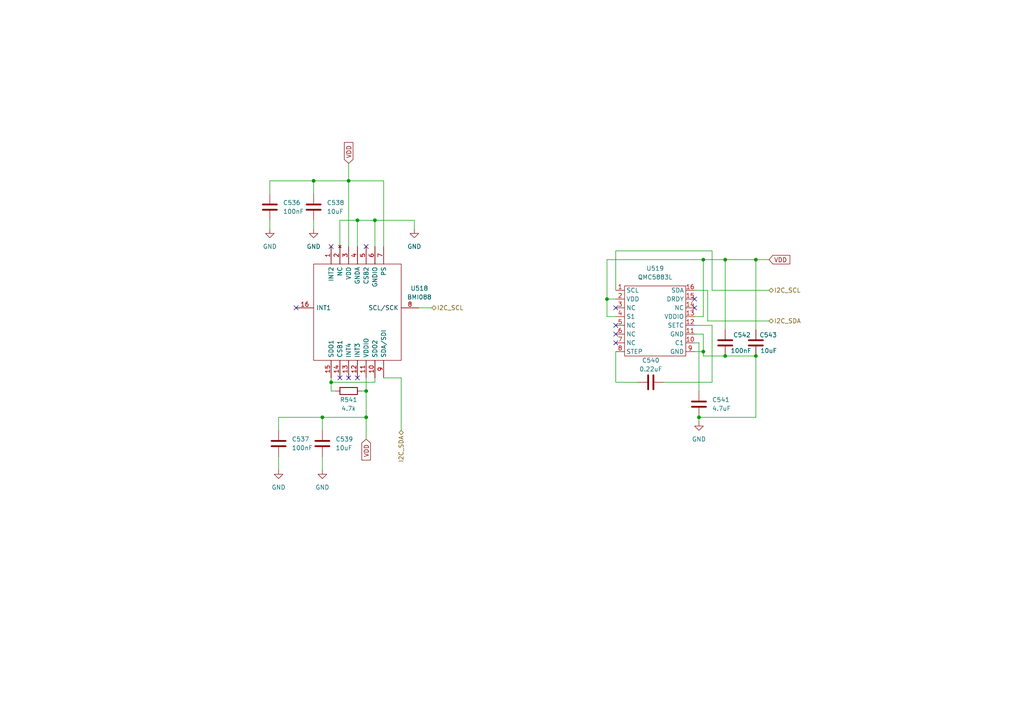
<source format=kicad_sch>
(kicad_sch (version 20231120) (generator "eeschema") (generator_version "8.0")
  (paper "A4")
  (lib_symbols
    (symbol "Device:C" (pin_numbers hide) (pin_names (offset 0.254))
      (property "Reference" "C" (at 0.635 2.54 0))
      (property "Value" "C" (at 0.635 -2.54 0))
      (symbol "C_0_1"
        (polyline (pts (xy -2.032 -0.762) (xy 2.032 -0.762)) (stroke (width 0.508)))
        (polyline (pts (xy -2.032 0.762) (xy 2.032 0.762)) (stroke (width 0.508)))
      )
      (symbol "C_1_1"
        (pin passive line (at 0 3.81 270) (length 2.794) (name "~") (number "1"))
        (pin passive line (at 0 -3.81 90) (length 2.794) (name "~") (number "2"))
      )
    )
    (symbol "Device:R" (pin_numbers hide) (pin_names (offset 0))
      (property "Reference" "R" (at 2.032 0 90))
      (property "Value" "R" (at 0 0 90))
      (symbol "R_0_1"
        (rectangle (start -1.016 -2.54) (end 1.016 2.54) (stroke (width 0.254)))
      )
      (symbol "R_1_1"
        (pin passive line (at 0 3.81 270) (length 1.27) (name "~") (number "1"))
        (pin passive line (at 0 -3.81 90) (length 1.27) (name "~") (number "2"))
      )
    )
    (symbol "SamacSys_Parts:BMI088" (pin_names (offset 0.762))
      (property "Reference" "IC" (at 31.75 17.78 0))
      (property "Value" "BMI088" (at 31.75 15.24 0))
      (symbol "BMI088_0_0"
        (pin passive line (at 10.16 17.78 270) (length 5.08) (name "INT2") (number "1"))
        (pin passive line (at 22.86 -20.32 90) (length 5.08) (name "SDO2") (number "10"))
        (pin passive line (at 20.32 -20.32 90) (length 5.08) (name "VDDIO") (number "11"))
        (pin passive line (at 17.78 -20.32 90) (length 5.08) (name "INT3") (number "12"))
        (pin passive line (at 15.24 -20.32 90) (length 5.08) (name "INT4") (number "13"))
        (pin passive line (at 12.7 -20.32 90) (length 5.08) (name "CSB1") (number "14"))
        (pin passive line (at 10.16 -20.32 90) (length 5.08) (name "SDO1") (number "15"))
        (pin passive line (at 0 0 0) (length 5.08) (name "INT1") (number "16"))
        (pin no_connect line (at 12.7 17.78 270) (length 5.08) (name "NC") (number "2"))
        (pin passive line (at 15.24 17.78 270) (length 5.08) (name "VDD") (number "3"))
        (pin passive line (at 17.78 17.78 270) (length 5.08) (name "GNDA") (number "4"))
        (pin passive line (at 20.32 17.78 270) (length 5.08) (name "CSB2") (number "5"))
        (pin passive line (at 22.86 17.78 270) (length 5.08) (name "GNDIO") (number "6"))
        (pin passive line (at 25.4 17.78 270) (length 5.08) (name "PS") (number "7"))
        (pin passive line (at 35.56 0 180) (length 5.08) (name "SCL/SCK") (number "8"))
        (pin passive line (at 25.4 -20.32 90) (length 5.08) (name "SDA/SDI") (number "9"))
      )
      (symbol "BMI088_0_1"
        (polyline (pts (xy 5.08 12.7) (xy 30.48 12.7) (xy 30.48 -15.24) (xy 5.08 -15.24) (xy 5.08 12.7)) (stroke (width 0.1524)))
      )
    )
    (symbol "WOBCLibrary:_QMC5883L"
      (property "Reference" "U" (at 0 2.54 0))
      (property "シンボル名" "_QMC5883L" (at 0 0 0))
      (symbol "_QMC5883L_0_1"
        (rectangle (start -8.89 -2.54) (end 8.89 -22.86))
      )
      (symbol "_QMC5883L_1_1"
        (pin input line (at -11.43 -3.81 0) (length 2.54) (name "SCL") (number "1"))
        (pin input line (at 11.43 -19.05 180) (length 2.54) (name "C1") (number "10"))
        (pin input line (at 11.43 -16.51 180) (length 2.54) (name "GND") (number "11"))
        (pin input line (at 11.43 -13.97 180) (length 2.54) (name "SETC") (number "12"))
        (pin input line (at 11.43 -11.43 180) (length 2.54) (name "VDDIO") (number "13"))
        (pin input line (at 11.43 -8.89 180) (length 2.54) (name "NC") (number "14"))
        (pin input line (at 11.43 -6.35 180) (length 2.54) (name "DRDY") (number "15"))
        (pin input line (at 11.43 -3.81 180) (length 2.54) (name "SDA") (number "16"))
        (pin input line (at -11.43 -6.35 0) (length 2.54) (name "VDD") (number "2"))
        (pin input line (at -11.43 -8.89 0) (length 2.54) (name "NC") (number "3"))
        (pin input line (at -11.43 -11.43 0) (length 2.54) (name "S1") (number "4"))
        (pin input line (at -11.43 -13.97 0) (length 2.54) (name "NC") (number "5"))
        (pin input line (at -11.43 -16.51 0) (length 2.54) (name "NC") (number "6"))
        (pin input line (at -11.43 -19.05 0) (length 2.54) (name "NC") (number "7"))
        (pin input line (at -11.43 -21.59 0) (length 2.54) (name "STEP") (number "8"))
        (pin input line (at 11.43 -21.59 180) (length 2.54) (name "GND") (number "9"))
      )
    )
    (symbol "power:GND" (power) (pin_names (offset 0))
      (property "Value" "GND" (at 0 -3.81 0))
      (symbol "GND_0_1"
        (polyline (pts (xy 0 0) (xy 0 -1.27) (xy 1.27 -1.27) (xy 0 -2.54) (xy -1.27 -1.27) (xy 0 -1.27)))
      )
      (symbol "GND_1_1"
        (pin power_in line (at 0 0 270) (length 0) hide (name "GND") (number "1"))
      )
    )
  )
  (junction (at 176.052 86.7425))
  (junction (at 219.232 75.3125))
  (junction (at 210.342 75.3125))
  (junction (at 106.202 113.4125))
  (junction (at 101.122 52.4525))
  (junction (at 210.342 103.2525))
  (junction (at 203.992 75.3125))
  (junction (at 93.502 121.0325))
  (junction (at 202.722 121.0325))
  (junction (at 96.042 110.8725))
  (junction (at 219.232 103.2525))
  (junction (at 90.962 52.4525))
  (junction (at 106.202 121.0325))
  (junction (at 108.742 63.8825))
  (junction (at 103.662 63.8825))
  (junction (at 203.992 101.9825))
  (no_connect (at 85.882 89.2825))
  (no_connect (at 201.452 86.7425))
  (no_connect (at 101.122 109.6025))
  (no_connect (at 178.592 96.9025))
  (no_connect (at 178.592 99.4425))
  (no_connect (at 103.662 109.6025))
  (no_connect (at 106.202 71.5025))
  (no_connect (at 96.042 71.5025))
  (no_connect (at 201.452 89.2825))
  (no_connect (at 178.592 94.3625))
  (no_connect (at 98.582 109.6025))
  (no_connect (at 178.592 89.2825))
  (wire (pts (xy 219.232 103.2525) (xy 219.232 121.0325)))
  (wire (pts (xy 203.992 96.9025) (xy 203.992 101.9825)))
  (wire (pts (xy 101.122 47.3725) (xy 101.122 52.4525)))
  (wire (pts (xy 176.052 86.7425) (xy 176.052 91.8225)))
  (wire (pts (xy 104.932 113.4125) (xy 106.202 113.4125)))
  (wire (pts (xy 206.532 94.3625) (xy 206.532 110.8725)))
  (wire (pts (xy 80.802 124.8425) (xy 80.802 121.0325)))
  (wire (pts (xy 98.582 63.8825) (xy 103.662 63.8825)))
  (wire (pts (xy 98.582 71.5025) (xy 98.582 63.8825)))
  (wire (pts (xy 203.992 75.3125) (xy 203.992 91.8225)))
  (wire (pts (xy 78.262 56.2625) (xy 78.262 52.4525)))
  (wire (pts (xy 111.282 71.5025) (xy 111.282 52.4525)))
  (wire (pts (xy 203.992 103.2525) (xy 203.992 101.9825)))
  (wire (pts (xy 90.962 56.2625) (xy 90.962 52.4525)))
  (wire (pts (xy 96.042 110.8725) (xy 96.042 109.6025)))
  (wire (pts (xy 201.452 94.3625) (xy 206.532 94.3625)))
  (wire (pts (xy 93.502 124.8425) (xy 93.502 121.0325)))
  (wire (pts (xy 106.202 109.6025) (xy 106.202 113.4125)))
  (wire (pts (xy 201.452 96.9025) (xy 203.992 96.9025)))
  (wire (pts (xy 111.282 52.4525) (xy 101.122 52.4525)))
  (wire (pts (xy 96.042 113.4125) (xy 96.042 110.8725)))
  (wire (pts (xy 201.452 101.9825) (xy 203.992 101.9825)))
  (wire (pts (xy 80.802 121.0325) (xy 93.502 121.0325)))
  (wire (pts (xy 219.232 75.3125) (xy 223.042 75.3125)))
  (wire (pts (xy 203.992 75.3125) (xy 176.052 75.3125)))
  (wire (pts (xy 108.742 63.8825) (xy 108.742 71.5025)))
  (wire (pts (xy 93.502 132.4625) (xy 93.502 136.2725)))
  (wire (pts (xy 203.992 75.3125) (xy 210.342 75.3125)))
  (wire (pts (xy 206.532 72.7725) (xy 206.532 84.2025)))
  (wire (pts (xy 93.502 121.0325) (xy 106.202 121.0325)))
  (wire (pts (xy 101.122 52.4525) (xy 101.122 71.5025)))
  (wire (pts (xy 201.452 99.4425) (xy 202.722 99.4425)))
  (wire (pts (xy 108.742 109.6025) (xy 108.742 110.8725)))
  (wire (pts (xy 178.592 101.9825) (xy 178.592 110.8725)))
  (wire (pts (xy 178.592 72.7725) (xy 206.532 72.7725)))
  (wire (pts (xy 106.202 121.0325) (xy 106.202 127.3825)))
  (wire (pts (xy 116.362 109.6025) (xy 116.362 124.8425)))
  (wire (pts (xy 201.452 84.2025) (xy 205.262 84.2025)))
  (wire (pts (xy 78.262 52.4525) (xy 90.962 52.4525)))
  (wire (pts (xy 202.722 99.4425) (xy 202.722 113.4125)))
  (wire (pts (xy 202.722 121.0325) (xy 202.722 122.3025)))
  (wire (pts (xy 210.342 75.3125) (xy 210.342 95.6325)))
  (wire (pts (xy 78.262 63.8825) (xy 78.262 66.4225)))
  (wire (pts (xy 90.962 52.4525) (xy 101.122 52.4525)))
  (wire (pts (xy 205.262 93.0925) (xy 223.042 93.0925)))
  (wire (pts (xy 108.742 110.8725) (xy 96.042 110.8725)))
  (wire (pts (xy 210.342 103.2525) (xy 219.232 103.2525)))
  (wire (pts (xy 219.232 75.3125) (xy 219.232 95.6325)))
  (wire (pts (xy 121.442 89.2825) (xy 125.252 89.2825)))
  (wire (pts (xy 108.742 63.8825) (xy 120.172 63.8825)))
  (wire (pts (xy 178.592 86.7425) (xy 176.052 86.7425)))
  (wire (pts (xy 205.262 84.2025) (xy 205.262 93.0925)))
  (wire (pts (xy 176.052 91.8225) (xy 178.592 91.8225)))
  (wire (pts (xy 206.532 84.2025) (xy 223.042 84.2025)))
  (wire (pts (xy 219.232 121.0325) (xy 202.722 121.0325)))
  (wire (pts (xy 116.362 109.6025) (xy 111.282 109.6025)))
  (wire (pts (xy 80.802 132.4625) (xy 80.802 136.2725)))
  (wire (pts (xy 201.452 91.8225) (xy 203.992 91.8225)))
  (wire (pts (xy 178.592 110.8725) (xy 184.942 110.8725)))
  (wire (pts (xy 97.312 113.4125) (xy 96.042 113.4125)))
  (wire (pts (xy 120.172 63.8825) (xy 120.172 66.4225)))
  (wire (pts (xy 176.052 75.3125) (xy 176.052 86.7425)))
  (wire (pts (xy 103.662 63.8825) (xy 108.742 63.8825)))
  (wire (pts (xy 103.662 63.8825) (xy 103.662 71.5025)))
  (wire (pts (xy 210.342 75.3125) (xy 219.232 75.3125)))
  (wire (pts (xy 203.992 103.2525) (xy 210.342 103.2525)))
  (wire (pts (xy 90.962 63.8825) (xy 90.962 66.4225)))
  (wire (pts (xy 206.532 110.8725) (xy 192.562 110.8725)))
  (wire (pts (xy 106.202 113.4125) (xy 106.202 121.0325)))
  (wire (pts (xy 178.592 84.2025) (xy 178.592 72.7725)))
  (global_label "VDD" (shape input) (at 106.202 127.3825 270) (property "Intersheetrefs" "${INTERSHEET_REFS}" (effects (hide yes))))
  (global_label "VDD" (shape input) (at 223.042 75.3125 0) (property "Intersheetrefs" "${INTERSHEET_REFS}" (effects (hide yes))))
  (global_label "VDD" (shape input) (at 101.122 47.3725 90) (property "Intersheetrefs" "${INTERSHEET_REFS}" (effects (hide yes))))
  (hierarchical_label "I2C_SCL" (shape bidirectional) (at 223.042 84.2025 0))
  (hierarchical_label "I2C_SDA" (shape bidirectional) (at 223.042 93.0925 0))
  (hierarchical_label "I2C_SDA" (shape bidirectional) (at 116.362 124.8425 270))
  (hierarchical_label "I2C_SCL" (shape bidirectional) (at 125.252 89.2825 0))
  (symbol (lib_id "Device:C") (at 93.502 128.6525 0) (unit 1)
    (property "Reference" "C539" (at 97.312 127.3825 0) (effects (justify left)))
    (property "Value" "10uF" (at 97.312 129.9225 0) (effects (justify left)))
    (property "Footprint" "Capacitor_SMD:C_0603_1608Metric" (effects (hide yes)))
    (property "LCSC" "C96446" (effects (hide yes)))
    (instances (project "MissionBus" (path "" (reference "C539") (unit 1))) (project "MissionBus" (path "" (reference "C3104") (unit 1))))
  )
  (symbol (lib_id "power:GND") (at 90.962 66.4225 0) (unit 1)
    (property "Reference" "#PWR0592" (effects (hide yes)))
    (property "Value" "GND" (at 90.962 71.5025 0))
    (instances (project "MissionBus" (path "" (reference "#PWR0592") (unit 1))) (project "MissionBus" (path "" (reference "#PWR03103") (unit 1))))
  )
  (symbol (lib_id "power:GND") (at 80.802 136.2725 0) (unit 1)
    (property "Reference" "#PWR0591" (effects (hide yes)))
    (property "Value" "GND" (at 80.802 141.3525 0))
    (instances (project "MissionBus" (path "" (reference "#PWR0591") (unit 1))) (project "MissionBus" (path "" (reference "#PWR03102") (unit 1))))
  )
  (symbol (lib_id "Device:C") (at 78.262 60.0725 0) (unit 1)
    (property "Reference" "C536" (at 82.072 58.8025 0) (effects (justify left)))
    (property "Value" "100nF" (at 82.072 61.3425 0) (effects (justify left)))
    (property "Footprint" "Capacitor_SMD:C_0402_1005Metric" (effects (hide yes)))
    (property "LCSC" "C1525" (effects (hide yes)))
    (instances (project "MissionBus" (path "" (reference "C536") (unit 1))) (project "MissionBus" (path "" (reference "C3101") (unit 1))))
  )
  (symbol (lib_id "Device:C") (at 80.802 128.6525 0) (unit 1)
    (property "Reference" "C537" (at 84.612 127.3825 0) (effects (justify left)))
    (property "Value" "100nF" (at 84.612 129.9225 0) (effects (justify left)))
    (property "Footprint" "Capacitor_SMD:C_0402_1005Metric" (effects (hide yes)))
    (property "LCSC" "C1525" (effects (hide yes)))
    (instances (project "MissionBus" (path "" (reference "C537") (unit 1))) (project "MissionBus" (path "" (reference "C3102") (unit 1))))
  )
  (symbol (lib_id "Device:C") (at 202.722 117.2225 0) (unit 1)
    (property "Reference" "C541" (at 206.532 115.9525 0) (effects (justify left)))
    (property "Value" "4.7uF" (at 206.532 118.4925 0) (effects (justify left)))
    (property "Footprint" "Capacitor_SMD:C_0603_1608Metric" (effects (hide yes)))
    (property "LCSC" "C19666" (effects (hide yes)))
    (instances (project "MissionBus" (path "" (reference "C541") (unit 1))) (project "MissionBus" (path "" (reference "C3106") (unit 1))))
  )
  (symbol (lib_id "SamacSys_Parts:BMI088") (at 85.882 89.2825 0) (unit 1)
    (property "Reference" "U518" (at 121.635 83.6379 0))
    (property "Value" "BMI088" (at 121.635 86.1779 0))
    (property "Footprint" "WOBCLibrary:BMI088" (effects (hide yes)))
    (property "Datasheet" "http://uk.rs-online.com/web/p/products/2457367P" (effects (hide yes)))
    (property "Description" "Inertial Measurement Unit Digital Output 2.5V/3.3V Automotive" (effects (hide yes)))
    (property "Height" "1.45" (effects (hide yes)))
    (property "RS Part Number" "2457367P" (effects (hide yes)))
    (property "RS Price/Stock" "http://uk.rs-online.com/web/p/products/2457367P" (effects (hide yes)))
    (property "Manufacturer_Name" "BOSCH" (effects (hide yes)))
    (property "Manufacturer_Part_Number" "BMI088" (effects (hide yes)))
    (property "LCSC" "C194919" (effects (hide yes)))
    (instances (project "MissionBus" (path "" (reference "U518") (unit 1))) (project "MissionBus" (path "" (reference "U3101") (unit 1))))
  )
  (symbol (lib_id "Device:C") (at 210.342 99.4425 0) (unit 1)
    (property "Reference" "C542" (at 212.628 97.1565 0) (effects (justify left)))
    (property "Value" "100nF" (at 211.866 101.7285 0) (effects (justify left)))
    (property "Footprint" "Capacitor_SMD:C_0402_1005Metric" (effects (hide yes)))
    (property "LCSC" "C1525" (effects (hide yes)))
    (instances (project "MissionBus" (path "" (reference "C542") (unit 1))) (project "MissionBus" (path "" (reference "C3107") (unit 1))))
  )
  (symbol (lib_id "Device:C") (at 188.752 110.8725 270) (unit 1)
    (property "Reference" "C540" (at 188.752 104.5225 90))
    (property "Value" "0.22uF" (at 188.752 107.0625 90))
    (property "Footprint" "Capacitor_SMD:C_0402_1005Metric" (effects (hide yes)))
    (property "LCSC" "C16772" (effects (hide yes)))
    (instances (project "MissionBus" (path "" (reference "C540") (unit 1))) (project "MissionBus" (path "" (reference "C3105") (unit 1))))
  )
  (symbol (lib_id "Device:C") (at 219.232 99.4425 0) (unit 1)
    (property "Reference" "C543" (at 220.248 97.1565 0) (effects (justify left)))
    (property "Value" "10uF" (at 220.502 101.7285 0) (effects (justify left)))
    (property "Footprint" "Capacitor_SMD:C_0603_1608Metric" (effects (hide yes)))
    (property "LCSC" "C96446" (effects (hide yes)))
    (instances (project "MissionBus" (path "" (reference "C543") (unit 1))) (project "MissionBus" (path "" (reference "C3108") (unit 1))))
  )
  (symbol (lib_id "power:GND") (at 78.262 66.4225 0) (unit 1)
    (property "Reference" "#PWR0590" (effects (hide yes)))
    (property "Value" "GND" (at 78.262 71.5025 0))
    (instances (project "MissionBus" (path "" (reference "#PWR0590") (unit 1))) (project "MissionBus" (path "" (reference "#PWR03101") (unit 1))))
  )
  (symbol (lib_id "Device:C") (at 90.962 60.0725 0) (unit 1)
    (property "Reference" "C538" (at 94.772 58.8025 0) (effects (justify left)))
    (property "Value" "10uF" (at 94.772 61.3425 0) (effects (justify left)))
    (property "Footprint" "Capacitor_SMD:C_0603_1608Metric" (effects (hide yes)))
    (property "LCSC" "C96446" (effects (hide yes)))
    (instances (project "MissionBus" (path "" (reference "C538") (unit 1))) (project "MissionBus" (path "" (reference "C3103") (unit 1))))
  )
  (symbol (lib_id "power:GND") (at 93.502 136.2725 0) (unit 1)
    (property "Reference" "#PWR0593" (effects (hide yes)))
    (property "Value" "GND" (at 93.502 141.3525 0))
    (instances (project "MissionBus" (path "" (reference "#PWR0593") (unit 1))) (project "MissionBus" (path "" (reference "#PWR03104") (unit 1))))
  )
  (symbol (lib_id "Device:R") (at 101.122 113.4125 90) (unit 1)
    (property "Reference" "R541" (at 101.122 115.9525 90))
    (property "Value" "4.7k" (at 101.122 118.4925 90))
    (property "Footprint" "Resistor_SMD:R_0402_1005Metric" (effects (hide yes)))
    (property "LCSC" "C25900" (effects (hide yes)))
    (instances (project "MissionBus" (path "" (reference "R541") (unit 1))) (project "MissionBus" (path "" (reference "R3101") (unit 1))))
  )
  (symbol (lib_id "power:GND") (at 202.722 122.3025 0) (unit 1)
    (property "Reference" "#PWR0595" (effects (hide yes)))
    (property "Value" "GND" (at 202.722 127.3825 0))
    (instances (project "MissionBus" (path "" (reference "#PWR0595") (unit 1))) (project "MissionBus" (path "" (reference "#PWR03106") (unit 1))))
  )
  (symbol (lib_id "WOBCLibrary:_QMC5883L") (at 190.022 80.3925 0) (unit 1)
    (property "Reference" "U519" (at 190.022 77.8525 0))
    (property "Value" "QMC5883L" (at 190.022 80.3925 0))
    (property "Footprint" "WOBCLibrary:_HMC5883L" (effects (hide yes)))
    (property "シンボル名" "_QMC5883L" (effects (hide yes)))
    (property "LCSC" "C976032" (effects (hide yes)))
    (instances (project "MissionBus" (path "" (reference "U519") (unit 1))) (project "MissionBus" (path "" (reference "U3102") (unit 1))))
  )
  (symbol (lib_id "power:GND") (at 120.172 66.4225 0) (unit 1)
    (property "Reference" "#PWR0594" (effects (hide yes)))
    (property "Value" "GND" (at 120.172 71.5025 0))
    (instances (project "MissionBus" (path "" (reference "#PWR0594") (unit 1))) (project "MissionBus" (path "" (reference "#PWR03105") (unit 1))))
  )
)
</source>
